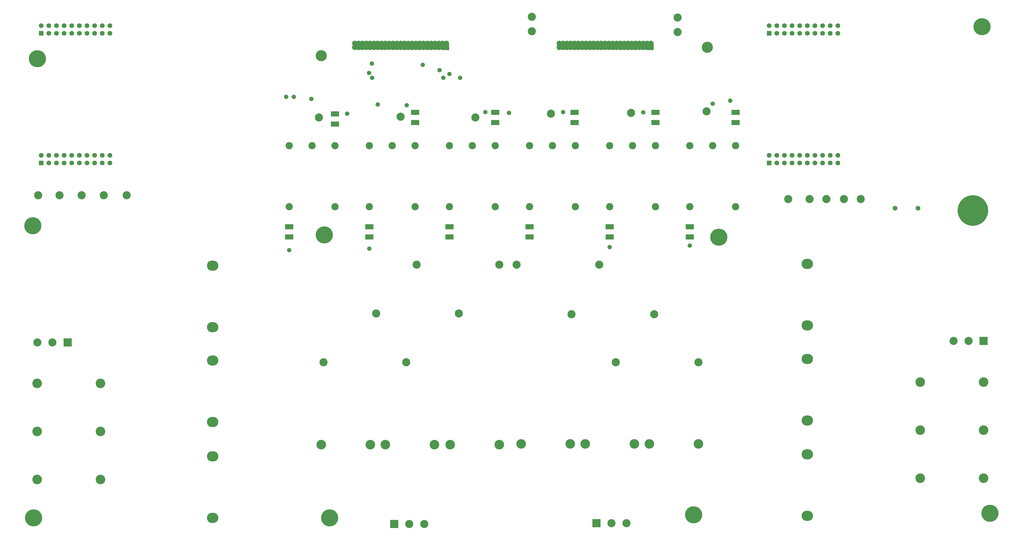
<source format=gts>
G04*
G04 #@! TF.GenerationSoftware,Altium Limited,Altium Designer,22.11.1 (43)*
G04*
G04 Layer_Color=8388736*
%FSLAX44Y44*%
%MOMM*%
G71*
G04*
G04 #@! TF.SameCoordinates,5926677A-74AB-409A-8ECC-7C9113B37032*
G04*
G04*
G04 #@! TF.FilePolarity,Negative*
G04*
G01*
G75*
%ADD16R,2.7032X1.7032*%
%ADD17C,3.2032*%
%ADD18O,3.8032X3.4032*%
%ADD19R,1.6032X1.6032*%
%ADD20C,1.6032*%
%ADD21C,2.4032*%
%ADD22C,3.7032*%
%ADD23C,2.7032*%
%ADD24C,5.7032*%
%ADD25C,10.2032*%
%ADD26R,2.7032X2.7032*%
%ADD27R,1.8520X1.8520*%
%ADD28C,1.8520*%
%ADD29C,1.4732*%
D16*
X2098040Y3095480D02*
D03*
Y3061480D02*
D03*
X2367280Y3095480D02*
D03*
Y3061480D02*
D03*
X2633980Y3095480D02*
D03*
Y3061480D02*
D03*
X1948180Y2714480D02*
D03*
Y2680480D02*
D03*
X2214880Y2714480D02*
D03*
Y2680480D02*
D03*
X2481580Y2714480D02*
D03*
Y2680480D02*
D03*
X1300480Y3090400D02*
D03*
Y3056400D02*
D03*
X1567180Y3095480D02*
D03*
Y3061480D02*
D03*
X1833880Y3095480D02*
D03*
Y3061480D02*
D03*
X1148080Y2714480D02*
D03*
Y2680480D02*
D03*
X1414780Y2714480D02*
D03*
Y2680480D02*
D03*
X1681480Y2714480D02*
D03*
Y2680480D02*
D03*
D17*
X1919920Y1991360D02*
D03*
X2083120D02*
D03*
X2133280D02*
D03*
X2296480D02*
D03*
X2346640D02*
D03*
X2509840D02*
D03*
X1417640Y1988820D02*
D03*
X1254440D02*
D03*
X1631000D02*
D03*
X1467800D02*
D03*
X1846900D02*
D03*
X1683700D02*
D03*
X3248480Y2037080D02*
D03*
X3459480D02*
D03*
X3248480Y2197080D02*
D03*
X3459480D02*
D03*
X3248480Y1877080D02*
D03*
X3459480D02*
D03*
X519790Y2033114D02*
D03*
X308790D02*
D03*
X519790Y1873114D02*
D03*
X308790D02*
D03*
X519790Y2193114D02*
D03*
X308790D02*
D03*
D18*
X2872740Y2385800D02*
D03*
Y2590800D02*
D03*
Y2069200D02*
D03*
Y2274200D02*
D03*
Y1751700D02*
D03*
Y1956700D02*
D03*
X892990Y1745194D02*
D03*
Y1950194D02*
D03*
Y2064334D02*
D03*
Y2269334D02*
D03*
Y2380194D02*
D03*
Y2585194D02*
D03*
D19*
X2745740Y3359150D02*
D03*
Y2927350D02*
D03*
X322580Y3359150D02*
D03*
Y2927350D02*
D03*
D20*
X2745740Y3384550D02*
D03*
X2771140Y3359150D02*
D03*
Y3384550D02*
D03*
X2796540Y3359150D02*
D03*
Y3384550D02*
D03*
X2821940Y3359150D02*
D03*
Y3384550D02*
D03*
X2847340Y3359150D02*
D03*
Y3384550D02*
D03*
X2872740Y3359150D02*
D03*
Y3384550D02*
D03*
X2898140Y3359150D02*
D03*
Y3384550D02*
D03*
X2923540Y3359150D02*
D03*
Y3384550D02*
D03*
X2948940Y3359150D02*
D03*
Y3384550D02*
D03*
X2974340Y3359150D02*
D03*
Y3384550D02*
D03*
X2745740Y2952750D02*
D03*
X2771140Y2927350D02*
D03*
Y2952750D02*
D03*
X2796540Y2927350D02*
D03*
Y2952750D02*
D03*
X2821940Y2927350D02*
D03*
Y2952750D02*
D03*
X2847340Y2927350D02*
D03*
Y2952750D02*
D03*
X2872740Y2927350D02*
D03*
Y2952750D02*
D03*
X2898140Y2927350D02*
D03*
Y2952750D02*
D03*
X2923540Y2927350D02*
D03*
Y2952750D02*
D03*
X2948940Y2927350D02*
D03*
Y2952750D02*
D03*
X2974340Y2927350D02*
D03*
Y2952750D02*
D03*
X322580Y3384550D02*
D03*
X347980Y3359150D02*
D03*
Y3384550D02*
D03*
X373380Y3359150D02*
D03*
Y3384550D02*
D03*
X398780Y3359150D02*
D03*
Y3384550D02*
D03*
X424180Y3359150D02*
D03*
Y3384550D02*
D03*
X449580Y3359150D02*
D03*
Y3384550D02*
D03*
X474980Y3359150D02*
D03*
Y3384550D02*
D03*
X500380Y3359150D02*
D03*
Y3384550D02*
D03*
X525780Y3359150D02*
D03*
Y3384550D02*
D03*
X551180Y3359150D02*
D03*
Y3384550D02*
D03*
X322580Y2952750D02*
D03*
X347980Y2927350D02*
D03*
Y2952750D02*
D03*
X373380Y2927350D02*
D03*
Y2952750D02*
D03*
X398780Y2927350D02*
D03*
Y2952750D02*
D03*
X424180Y2927350D02*
D03*
Y2952750D02*
D03*
X449580Y2927350D02*
D03*
Y2952750D02*
D03*
X474980Y2927350D02*
D03*
Y2952750D02*
D03*
X500380Y2927350D02*
D03*
Y2952750D02*
D03*
X525780Y2927350D02*
D03*
Y2952750D02*
D03*
X551180Y2927350D02*
D03*
Y2952750D02*
D03*
X3164840Y2776220D02*
D03*
X3241040D02*
D03*
D21*
X1948180Y2781300D02*
D03*
Y2984500D02*
D03*
X2024380D02*
D03*
X2100580D02*
D03*
Y2781300D02*
D03*
X2214880D02*
D03*
Y2984500D02*
D03*
X2291080D02*
D03*
X2367280D02*
D03*
Y2781300D02*
D03*
X2481580D02*
D03*
Y2984500D02*
D03*
X2557780D02*
D03*
X2633980D02*
D03*
Y2781300D02*
D03*
X1148080D02*
D03*
Y2984500D02*
D03*
X1224280D02*
D03*
X1300480D02*
D03*
Y2781300D02*
D03*
X1414780D02*
D03*
Y2984500D02*
D03*
X1490980D02*
D03*
X1567180D02*
D03*
Y2781300D02*
D03*
X1681480D02*
D03*
Y2984500D02*
D03*
X1757680D02*
D03*
X1833880D02*
D03*
Y2781300D02*
D03*
D22*
X1254760Y3284220D02*
D03*
X2540000Y3312160D02*
D03*
D23*
X2440940Y3362960D02*
D03*
Y3411220D02*
D03*
X1955800Y3413760D02*
D03*
Y3365500D02*
D03*
X530860Y2819400D02*
D03*
X457200D02*
D03*
X383540D02*
D03*
X312420D02*
D03*
X607060D02*
D03*
X1247140Y3078480D02*
D03*
X1518920Y3081020D02*
D03*
X1767840Y3078480D02*
D03*
X2019300Y3091180D02*
D03*
X2286000Y3093720D02*
D03*
X2537460Y3098800D02*
D03*
X3050540Y2806700D02*
D03*
X2809240D02*
D03*
X2994660D02*
D03*
X2936240D02*
D03*
X2880360D02*
D03*
X3359480Y2334260D02*
D03*
X3409480D02*
D03*
X2270760Y1727200D02*
D03*
X2220760D02*
D03*
X309880Y2329180D02*
D03*
X359880D02*
D03*
X1597660Y1724660D02*
D03*
X1547660D02*
D03*
X1262040Y2263140D02*
D03*
X1537040D02*
D03*
X1437300Y2425700D02*
D03*
X1712300D02*
D03*
X1571920Y2588260D02*
D03*
X1846920D02*
D03*
X2179660D02*
D03*
X1904660D02*
D03*
X2362540Y2423160D02*
D03*
X2087540D02*
D03*
X2509860Y2263140D02*
D03*
X2234860D02*
D03*
D24*
X2494280Y1755140D02*
D03*
X294640Y2717800D02*
D03*
X2578100Y2679700D02*
D03*
X1264920Y2687320D02*
D03*
X309880Y3274060D02*
D03*
X3454400Y3380740D02*
D03*
X3480505Y1760156D02*
D03*
X297180Y1744980D02*
D03*
X1282700D02*
D03*
D25*
X3423920Y2768600D02*
D03*
D26*
X3459480Y2334260D02*
D03*
X2170760Y1727200D02*
D03*
X409880Y2329180D02*
D03*
X1497660Y1724660D02*
D03*
D27*
X2352040Y3312160D02*
D03*
X1671320D02*
D03*
D28*
X2352040Y3324860D02*
D03*
X2339340Y3312160D02*
D03*
Y3324860D02*
D03*
X2326640Y3312160D02*
D03*
Y3324860D02*
D03*
X2313940Y3312160D02*
D03*
Y3324860D02*
D03*
X2301240Y3312160D02*
D03*
Y3324860D02*
D03*
X2288540Y3312160D02*
D03*
Y3324860D02*
D03*
X2275840Y3312160D02*
D03*
Y3324860D02*
D03*
X2263140Y3312160D02*
D03*
Y3324860D02*
D03*
X2250440Y3312160D02*
D03*
Y3324860D02*
D03*
X2237740Y3312160D02*
D03*
Y3324860D02*
D03*
X2225040Y3312160D02*
D03*
Y3324860D02*
D03*
X2212340Y3312160D02*
D03*
Y3324860D02*
D03*
X2199640Y3312160D02*
D03*
Y3324860D02*
D03*
X2186940Y3312160D02*
D03*
Y3324860D02*
D03*
X2174240Y3312160D02*
D03*
Y3324860D02*
D03*
X2161540Y3312160D02*
D03*
Y3324860D02*
D03*
X2148840Y3312160D02*
D03*
Y3324860D02*
D03*
X2136140Y3312160D02*
D03*
Y3324860D02*
D03*
X2123440Y3312160D02*
D03*
Y3324860D02*
D03*
X2110740Y3312160D02*
D03*
Y3324860D02*
D03*
X2098040Y3312160D02*
D03*
Y3324860D02*
D03*
X2085340Y3312160D02*
D03*
Y3324860D02*
D03*
X2072640Y3312160D02*
D03*
Y3324860D02*
D03*
X2059940Y3312160D02*
D03*
Y3324860D02*
D03*
X2047240Y3312160D02*
D03*
Y3324860D02*
D03*
X1671320D02*
D03*
X1658620Y3312160D02*
D03*
Y3324860D02*
D03*
X1645920Y3312160D02*
D03*
Y3324860D02*
D03*
X1633220Y3312160D02*
D03*
Y3324860D02*
D03*
X1620520Y3312160D02*
D03*
Y3324860D02*
D03*
X1607820Y3312160D02*
D03*
Y3324860D02*
D03*
X1595120Y3312160D02*
D03*
Y3324860D02*
D03*
X1582420Y3312160D02*
D03*
Y3324860D02*
D03*
X1569720Y3312160D02*
D03*
Y3324860D02*
D03*
X1557020Y3312160D02*
D03*
Y3324860D02*
D03*
X1544320Y3312160D02*
D03*
Y3324860D02*
D03*
X1531620Y3312160D02*
D03*
Y3324860D02*
D03*
X1518920Y3312160D02*
D03*
Y3324860D02*
D03*
X1506220Y3312160D02*
D03*
Y3324860D02*
D03*
X1493520Y3312160D02*
D03*
Y3324860D02*
D03*
X1480820Y3312160D02*
D03*
Y3324860D02*
D03*
X1468120Y3312160D02*
D03*
Y3324860D02*
D03*
X1455420Y3312160D02*
D03*
Y3324860D02*
D03*
X1442720Y3312160D02*
D03*
Y3324860D02*
D03*
X1430020Y3312160D02*
D03*
Y3324860D02*
D03*
X1417320Y3312160D02*
D03*
Y3324860D02*
D03*
X1404620Y3312160D02*
D03*
Y3324860D02*
D03*
X1391920Y3312160D02*
D03*
Y3324860D02*
D03*
X1379220Y3312160D02*
D03*
Y3324860D02*
D03*
X1366520Y3312160D02*
D03*
Y3324860D02*
D03*
D29*
X2481580Y2651760D02*
D03*
X2557780Y3124200D02*
D03*
X2616200Y3134360D02*
D03*
X1800860Y3096260D02*
D03*
X1879600Y3093720D02*
D03*
X1442720Y3121660D02*
D03*
X1221740Y3140710D02*
D03*
X1413972Y3226608D02*
D03*
X1423670Y3210560D02*
D03*
X2326484Y3095686D02*
D03*
X2059940Y3096260D02*
D03*
X1539240Y3119120D02*
D03*
X1341120Y3091180D02*
D03*
X1592580Y3253740D02*
D03*
X1661160Y3210560D02*
D03*
X1648460Y3235960D02*
D03*
X1717040Y3210560D02*
D03*
X1681480Y3223260D02*
D03*
X1422862Y3258358D02*
D03*
X1163320Y3147060D02*
D03*
X1137920D02*
D03*
X2214880Y2646680D02*
D03*
X1414780Y2641600D02*
D03*
X1148080Y2636520D02*
D03*
M02*

</source>
